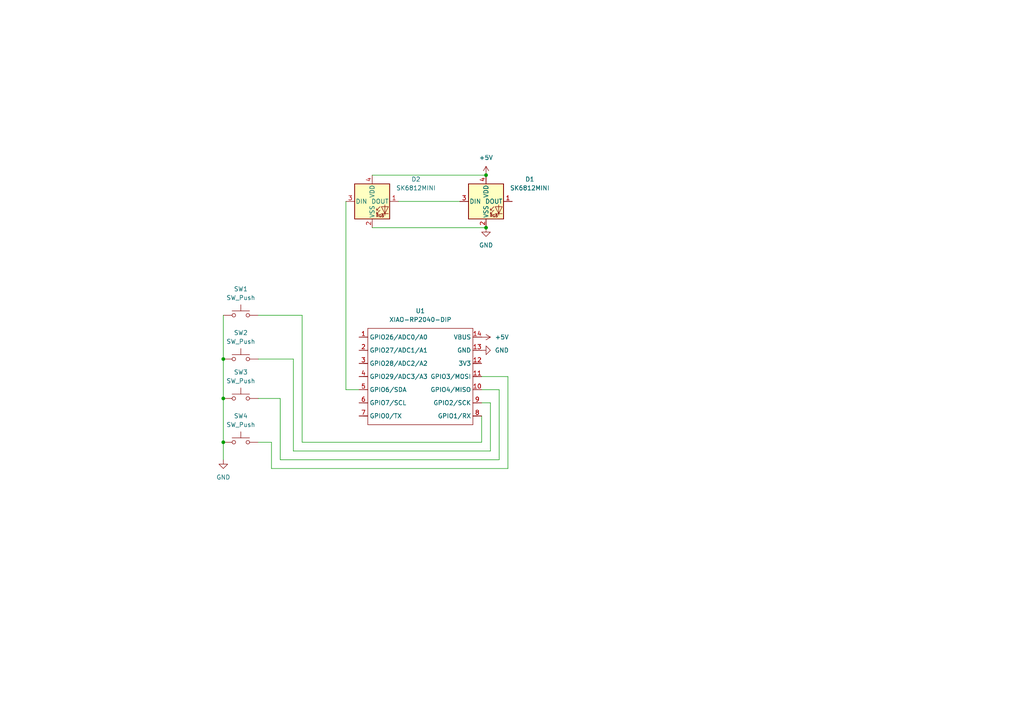
<source format=kicad_sch>
(kicad_sch (version 20250114) (generator "eeschema") (generator_version "9.0")
  (paper "A4")
  (lib_symbols
    (symbol "LED:SK6812MINI" (pin_names (offset 0.254))
      (property "Reference" "D" (at 5.08 5.715 0))
      (property "Value" "SK6812MINI" (at 1.27 -5.715 0))
      (symbol "SK6812MINI_0_0"
        (text "RGB" (at 2.286 -4.191 0) (effects (font (size 0.762 0.762))))
      )
      (symbol "SK6812MINI_0_1"
        (polyline (pts (xy 1.27 -2.54) (xy 1.778 -2.54)))
        (polyline (pts (xy 1.27 -3.556) (xy 1.778 -3.556)))
        (polyline (pts (xy 2.286 -1.524) (xy 1.27 -2.54) (xy 1.27 -2.032)))
        (polyline (pts (xy 2.286 -2.54) (xy 1.27 -3.556) (xy 1.27 -3.048)))
        (polyline (pts (xy 3.683 -1.016) (xy 3.683 -3.556) (xy 3.683 -4.064)))
        (polyline (pts (xy 4.699 -1.524) (xy 2.667 -1.524) (xy 3.683 -3.556) (xy 4.699 -1.524)))
        (polyline (pts (xy 4.699 -3.556) (xy 2.667 -3.556)))
        (rectangle (start 5.08 5.08) (end -5.08 -5.08) (stroke (width 0.254)) (fill (type background)))
      )
      (symbol "SK6812MINI_1_1"
        (pin input line (at -7.62 0 0) (length 2.54) (name "DIN") (number "3"))
        (pin power_in line (at 0 7.62 270) (length 2.54) (name "VDD") (number "4"))
        (pin power_in line (at 0 -7.62 90) (length 2.54) (name "VSS") (number "2"))
        (pin output line (at 7.62 0 180) (length 2.54) (name "DOUT") (number "1"))
      )
    )
    (symbol "OPL:XIAO-RP2040-DIP"
      (property "Reference" "U" (at 0 0 0))
      (property "Value" "XIAO-RP2040-DIP" (at 5.334 -1.778 0))
      (symbol "XIAO-RP2040-DIP_1_0"
        (polyline (pts (xy -1.27 -2.54) (xy 29.21 -2.54)) (stroke (width 0.1524)))
        (polyline (pts (xy -1.27 -5.08) (xy -2.54 -5.08)) (stroke (width 0.1524)))
        (polyline (pts (xy -1.27 -5.08) (xy -1.27 -2.54)) (stroke (width 0.1524)))
        (polyline (pts (xy -1.27 -8.89) (xy -2.54 -8.89)) (stroke (width 0.1524)))
        (polyline (pts (xy -1.27 -8.89) (xy -1.27 -5.08)) (stroke (width 0.1524)))
        (polyline (pts (xy -1.27 -12.7) (xy -2.54 -12.7)) (stroke (width 0.1524)))
        (polyline (pts (xy -1.27 -12.7) (xy -1.27 -8.89)) (stroke (width 0.1524)))
        (polyline (pts (xy -1.27 -16.51) (xy -2.54 -16.51)) (stroke (width 0.1524)))
        (polyline (pts (xy -1.27 -16.51) (xy -1.27 -12.7)) (stroke (width 0.1524)))
        (polyline (pts (xy -1.27 -20.32) (xy -2.54 -20.32)) (stroke (width 0.1524)))
        (polyline (pts (xy -1.27 -24.13) (xy -2.54 -24.13)) (stroke (width 0.1524)))
        (polyline (pts (xy -1.27 -27.94) (xy -2.54 -27.94)) (stroke (width 0.1524)))
        (polyline (pts (xy -1.27 -30.48) (xy -1.27 -16.51)) (stroke (width 0.1524)))
        (polyline (pts (xy 29.21 -2.54) (xy 29.21 -5.08)) (stroke (width 0.1524)))
        (polyline (pts (xy 29.21 -5.08) (xy 29.21 -8.89)) (stroke (width 0.1524)))
        (polyline (pts (xy 29.21 -8.89) (xy 29.21 -12.7)) (stroke (width 0.1524)))
        (polyline (pts (xy 29.21 -12.7) (xy 29.21 -30.48)) (stroke (width 0.1524)))
        (polyline (pts (xy 29.21 -30.48) (xy -1.27 -30.48)) (stroke (width 0.1524)))
        (polyline (pts (xy 30.48 -5.08) (xy 29.21 -5.08)) (stroke (width 0.1524)))
        (polyline (pts (xy 30.48 -8.89) (xy 29.21 -8.89)) (stroke (width 0.1524)))
        (polyline (pts (xy 30.48 -12.7) (xy 29.21 -12.7)) (stroke (width 0.1524)))
        (polyline (pts (xy 30.48 -16.51) (xy 29.21 -16.51)) (stroke (width 0.1524)))
        (polyline (pts (xy 30.48 -20.32) (xy 29.21 -20.32)) (stroke (width 0.1524)))
        (polyline (pts (xy 30.48 -24.13) (xy 29.21 -24.13)) (stroke (width 0.1524)))
        (polyline (pts (xy 30.48 -27.94) (xy 29.21 -27.94)) (stroke (width 0.1524)))
        (pin passive line (at -3.81 -5.08 0) (length 2.54) (name "GPIO26/ADC0/A0") (number "1"))
        (pin passive line (at -3.81 -8.89 0) (length 2.54) (name "GPIO27/ADC1/A1") (number "2"))
        (pin passive line (at -3.81 -12.7 0) (length 2.54) (name "GPIO28/ADC2/A2") (number "3"))
        (pin passive line (at -3.81 -16.51 0) (length 2.54) (name "GPIO29/ADC3/A3") (number "4"))
        (pin passive line (at -3.81 -20.32 0) (length 2.54) (name "GPIO6/SDA") (number "5"))
        (pin passive line (at -3.81 -24.13 0) (length 2.54) (name "GPIO7/SCL") (number "6"))
        (pin passive line (at -3.81 -27.94 0) (length 2.54) (name "GPIO0/TX") (number "7"))
        (pin passive line (at 31.75 -5.08 180) (length 2.54) (name "VBUS") (number "14"))
        (pin passive line (at 31.75 -8.89 180) (length 2.54) (name "GND") (number "13"))
        (pin passive line (at 31.75 -12.7 180) (length 2.54) (name "3V3") (number "12"))
        (pin passive line (at 31.75 -16.51 180) (length 2.54) (name "GPIO3/MOSI") (number "11"))
        (pin passive line (at 31.75 -20.32 180) (length 2.54) (name "GPIO4/MISO") (number "10"))
        (pin passive line (at 31.75 -24.13 180) (length 2.54) (name "GPIO2/SCK") (number "9"))
        (pin passive line (at 31.75 -27.94 180) (length 2.54) (name "GPIO1/RX") (number "8"))
      )
    )
    (symbol "Switch:SW_Push" (pin_numbers (hide yes)) (pin_names (offset 1.016) (hide yes))
      (property "Reference" "SW" (at 1.27 2.54 0))
      (property "Value" "SW_Push" (at 0 -1.524 0))
      (symbol "SW_Push_0_1"
        (circle (center -2.032 0) (radius 0.508))
        (polyline (pts (xy 0 1.27) (xy 0 3.048)))
        (circle (center 2.032 0) (radius 0.508))
        (polyline (pts (xy 2.54 1.27) (xy -2.54 1.27)))
        (pin passive line (at -5.08 0 0) (length 2.54) (name "1") (number "1"))
        (pin passive line (at 5.08 0 180) (length 2.54) (name "2") (number "2"))
      )
    )
    (symbol "power:+5V" (power) (pin_numbers (hide yes)) (pin_names (offset 0) (hide yes))
      (property "Value" "+5V" (at 0 3.556 0))
      (symbol "+5V_0_1"
        (polyline (pts (xy -0.762 1.27) (xy 0 2.54)))
        (polyline (pts (xy 0 2.54) (xy 0.762 1.27)))
        (polyline (pts (xy 0 0) (xy 0 2.54)))
      )
      (symbol "+5V_1_1"
        (pin power_in line (at 0 0 90) (length 0) (name "~") (number "1"))
      )
    )
    (symbol "power:GND" (power) (pin_numbers (hide yes)) (pin_names (offset 0) (hide yes))
      (property "Value" "GND" (at 0 -3.81 0))
      (symbol "GND_0_1"
        (polyline (pts (xy 0 0) (xy 0 -1.27) (xy 1.27 -1.27) (xy 0 -2.54) (xy -1.27 -1.27) (xy 0 -1.27)))
      )
      (symbol "GND_1_1"
        (pin power_in line (at 0 0 270) (length 0) (name "~") (number "1"))
      )
    )
  )
  (junction (at 64.77 115.57))
  (junction (at 140.97 50.8))
  (junction (at 64.77 104.14))
  (junction (at 64.77 128.27))
  (junction (at 140.97 66.04))
  (wire (pts (xy 81.28 115.57) (xy 74.93 115.57)))
  (wire (pts (xy 139.7 109.22) (xy 147.32 109.22)))
  (wire (pts (xy 104.14 113.03) (xy 100.33 113.03)))
  (wire (pts (xy 144.78 113.03) (xy 144.78 133.35)))
  (wire (pts (xy 107.95 50.8) (xy 140.97 50.8)))
  (wire (pts (xy 78.74 135.89) (xy 78.74 128.27)))
  (wire (pts (xy 147.32 109.22) (xy 147.32 135.89)))
  (wire (pts (xy 81.28 133.35) (xy 81.28 115.57)))
  (wire (pts (xy 142.24 116.84) (xy 142.24 130.81)))
  (wire (pts (xy 142.24 130.81) (xy 85.09 130.81)))
  (wire (pts (xy 139.7 113.03) (xy 144.78 113.03)))
  (wire (pts (xy 87.63 128.27) (xy 87.63 91.44)))
  (wire (pts (xy 100.33 113.03) (xy 100.33 58.42)))
  (wire (pts (xy 64.77 128.27) (xy 64.77 133.35)))
  (wire (pts (xy 64.77 115.57) (xy 64.77 128.27)))
  (wire (pts (xy 85.09 130.81) (xy 85.09 104.14)))
  (wire (pts (xy 64.77 104.14) (xy 64.77 115.57)))
  (wire (pts (xy 139.7 116.84) (xy 142.24 116.84)))
  (wire (pts (xy 64.77 91.44) (xy 64.77 104.14)))
  (wire (pts (xy 147.32 135.89) (xy 78.74 135.89)))
  (wire (pts (xy 87.63 91.44) (xy 74.93 91.44)))
  (wire (pts (xy 107.95 66.04) (xy 140.97 66.04)))
  (wire (pts (xy 115.57 58.42) (xy 133.35 58.42)))
  (wire (pts (xy 144.78 133.35) (xy 81.28 133.35)))
  (wire (pts (xy 78.74 128.27) (xy 74.93 128.27)))
  (wire (pts (xy 139.7 120.65) (xy 139.7 128.27)))
  (wire (pts (xy 85.09 104.14) (xy 74.93 104.14)))
  (wire (pts (xy 139.7 128.27) (xy 87.63 128.27)))
  (symbol (lib_id "power:GND") (at 140.97 66.04 0) (unit 1)
    (property "Reference" "#PWR03" (effects (hide yes)))
    (property "Value" "GND" (at 140.97 71.12 0))
    (property "Description" "Power symbol creates a global label with name \"GND\" , ground" (effects (hide yes)))
  )
  (symbol (lib_id "power:GND") (at 64.77 133.35 0) (unit 1)
    (property "Reference" "#PWR05" (effects (hide yes)))
    (property "Value" "GND" (at 64.77 138.43 0))
    (property "Description" "Power symbol creates a global label with name \"GND\" , ground" (effects (hide yes)))
  )
  (symbol (lib_id "LED:SK6812MINI") (at 107.95 58.42 0) (unit 1)
    (property "Reference" "D2" (at 120.65 51.9998 0))
    (property "Value" "SK6812MINI" (at 120.65 54.5398 0))
    (property "Footprint" "LED_SMD:LED_SK6812MINI_PLCC4_3.5x3.5mm_P1.75mm" (effects (hide yes)))
    (property "Datasheet" "https://cdn-shop.adafruit.com/product-files/2686/SK6812MINI_REV.01-1-2.pdf" (effects (hide yes)))
    (property "Description" "RGB LED with integrated controller" (effects (hide yes)))
  )
  (symbol (lib_id "power:+5V") (at 139.7 97.79 270) (unit 1)
    (property "Reference" "#PWR02" (effects (hide yes)))
    (property "Value" "+5V" (at 143.51 97.7899 90) (effects (justify left)))
    (property "Description" "Power symbol creates a global label with name \"+5V\"" (effects (hide yes)))
  )
  (symbol (lib_id "LED:SK6812MINI") (at 140.97 58.42 0) (unit 1)
    (property "Reference" "D1" (at 153.67 51.9998 0))
    (property "Value" "SK6812MINI" (at 153.67 54.5398 0))
    (property "Footprint" "LED_SMD:LED_SK6812MINI_PLCC4_3.5x3.5mm_P1.75mm" (effects (hide yes)))
    (property "Datasheet" "https://cdn-shop.adafruit.com/product-files/2686/SK6812MINI_REV.01-1-2.pdf" (effects (hide yes)))
    (property "Description" "RGB LED with integrated controller" (effects (hide yes)))
  )
  (symbol (lib_id "Switch:SW_Push") (at 69.85 115.57 0) (unit 1)
    (property "Reference" "SW3" (at 69.85 107.95 0))
    (property "Value" "SW_Push" (at 69.85 110.49 0))
    (property "Footprint" "Button_Switch_Keyboard:SW_Cherry_MX_1.00u_PCB" (effects (hide yes)))
    (property "Description" "Push button switch, generic, two pins" (effects (hide yes)))
  )
  (symbol (lib_id "power:+5V") (at 140.97 50.8 0) (unit 1)
    (property "Reference" "#PWR04" (effects (hide yes)))
    (property "Value" "+5V" (at 140.97 45.72 0))
    (property "Description" "Power symbol creates a global label with name \"+5V\"" (effects (hide yes)))
  )
  (symbol (lib_id "Switch:SW_Push") (at 69.85 104.14 0) (unit 1)
    (property "Reference" "SW2" (at 69.85 96.52 0))
    (property "Value" "SW_Push" (at 69.85 99.06 0))
    (property "Footprint" "Button_Switch_Keyboard:SW_Cherry_MX_1.00u_PCB" (effects (hide yes)))
    (property "Description" "Push button switch, generic, two pins" (effects (hide yes)))
  )
  (symbol (lib_id "OPL:XIAO-RP2040-DIP") (at 107.95 92.71 0) (unit 1)
    (property "Reference" "U1" (at 121.92 90.17 0))
    (property "Value" "XIAO-RP2040-DIP" (at 121.92 92.71 0))
    (property "Footprint" "OPL:XIAO-RP2040-DIP" (effects (hide yes)))
  )
  (symbol (lib_id "power:GND") (at 139.7 101.6 90) (unit 1)
    (property "Reference" "#PWR01" (effects (hide yes)))
    (property "Value" "GND" (at 143.51 101.5999 90) (effects (justify right)))
    (property "Description" "Power symbol creates a global label with name \"GND\" , ground" (effects (hide yes)))
  )
  (symbol (lib_id "Switch:SW_Push") (at 69.85 128.27 0) (unit 1)
    (property "Reference" "SW4" (at 69.85 120.65 0))
    (property "Value" "SW_Push" (at 69.85 123.19 0))
    (property "Footprint" "Button_Switch_Keyboard:SW_Cherry_MX_1.00u_PCB" (effects (hide yes)))
    (property "Description" "Push button switch, generic, two pins" (effects (hide yes)))
  )
  (symbol (lib_id "Switch:SW_Push") (at 69.85 91.44 0) (unit 1)
    (property "Reference" "SW1" (at 69.85 83.82 0))
    (property "Value" "SW_Push" (at 69.85 86.36 0))
    (property "Footprint" "Button_Switch_Keyboard:SW_Cherry_MX_1.00u_PCB" (effects (hide yes)))
    (property "Description" "Push button switch, generic, two pins" (effects (hide yes)))
  )
)
</source>
